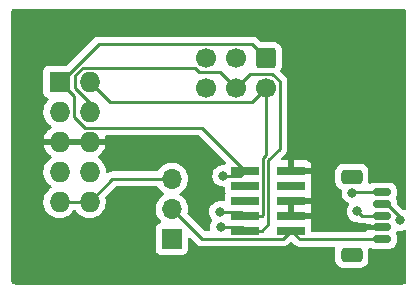
<source format=gbr>
G04 #@! TF.GenerationSoftware,KiCad,Pcbnew,(6.0.0)*
G04 #@! TF.CreationDate,2022-07-24T20:48:06-05:00*
G04 #@! TF.ProjectId,SWDAdapter,53574441-6461-4707-9465-722e6b696361,rev?*
G04 #@! TF.SameCoordinates,Original*
G04 #@! TF.FileFunction,Copper,L1,Top*
G04 #@! TF.FilePolarity,Positive*
%FSLAX46Y46*%
G04 Gerber Fmt 4.6, Leading zero omitted, Abs format (unit mm)*
G04 Created by KiCad (PCBNEW (6.0.0)) date 2022-07-24 20:48:06*
%MOMM*%
%LPD*%
G01*
G04 APERTURE LIST*
G04 Aperture macros list*
%AMRoundRect*
0 Rectangle with rounded corners*
0 $1 Rounding radius*
0 $2 $3 $4 $5 $6 $7 $8 $9 X,Y pos of 4 corners*
0 Add a 4 corners polygon primitive as box body*
4,1,4,$2,$3,$4,$5,$6,$7,$8,$9,$2,$3,0*
0 Add four circle primitives for the rounded corners*
1,1,$1+$1,$2,$3*
1,1,$1+$1,$4,$5*
1,1,$1+$1,$6,$7*
1,1,$1+$1,$8,$9*
0 Add four rect primitives between the rounded corners*
20,1,$1+$1,$2,$3,$4,$5,0*
20,1,$1+$1,$4,$5,$6,$7,0*
20,1,$1+$1,$6,$7,$8,$9,0*
20,1,$1+$1,$8,$9,$2,$3,0*%
G04 Aperture macros list end*
G04 #@! TA.AperFunction,SMDPad,CuDef*
%ADD10RoundRect,0.150000X0.625000X-0.150000X0.625000X0.150000X-0.625000X0.150000X-0.625000X-0.150000X0*%
G04 #@! TD*
G04 #@! TA.AperFunction,SMDPad,CuDef*
%ADD11RoundRect,0.250000X0.650000X-0.350000X0.650000X0.350000X-0.650000X0.350000X-0.650000X-0.350000X0*%
G04 #@! TD*
G04 #@! TA.AperFunction,ComponentPad*
%ADD12R,1.727200X1.727200*%
G04 #@! TD*
G04 #@! TA.AperFunction,ComponentPad*
%ADD13O,1.727200X1.727200*%
G04 #@! TD*
G04 #@! TA.AperFunction,SMDPad,CuDef*
%ADD14R,2.400000X0.740000*%
G04 #@! TD*
G04 #@! TA.AperFunction,ComponentPad*
%ADD15RoundRect,0.250000X-0.600000X0.600000X-0.600000X-0.600000X0.600000X-0.600000X0.600000X0.600000X0*%
G04 #@! TD*
G04 #@! TA.AperFunction,ComponentPad*
%ADD16C,1.700000*%
G04 #@! TD*
G04 #@! TA.AperFunction,ComponentPad*
%ADD17R,1.700000X1.700000*%
G04 #@! TD*
G04 #@! TA.AperFunction,ComponentPad*
%ADD18O,1.700000X1.700000*%
G04 #@! TD*
G04 #@! TA.AperFunction,ViaPad*
%ADD19C,0.800000*%
G04 #@! TD*
G04 #@! TA.AperFunction,Conductor*
%ADD20C,0.250000*%
G04 #@! TD*
G04 APERTURE END LIST*
D10*
X153265000Y-77450000D03*
X153265000Y-76450000D03*
X153265000Y-75450000D03*
X153265000Y-74450000D03*
X153265000Y-73450000D03*
D11*
X150740000Y-78750000D03*
X150740000Y-72150000D03*
D12*
X125990000Y-64110000D03*
D13*
X128530000Y-64110000D03*
X125990000Y-66650000D03*
X128530000Y-66650000D03*
X125990000Y-69190000D03*
X128530000Y-69190000D03*
X125990000Y-71730000D03*
X128530000Y-71730000D03*
X125990000Y-74270000D03*
X128530000Y-74270000D03*
D14*
X145600000Y-76710000D03*
X141700000Y-76710000D03*
X145600000Y-75440000D03*
X141700000Y-75440000D03*
X145600000Y-74170000D03*
X141700000Y-74170000D03*
X145600000Y-72900000D03*
X141700000Y-72900000D03*
X145600000Y-71630000D03*
X141700000Y-71630000D03*
D15*
X143450000Y-62090000D03*
D16*
X143450000Y-64630000D03*
X140910000Y-62090000D03*
X140910000Y-64630000D03*
X138370000Y-62090000D03*
X138370000Y-64630000D03*
D17*
X135495900Y-77420400D03*
D18*
X135495900Y-74880400D03*
X135495900Y-72340400D03*
D19*
X139640000Y-76440000D03*
X154810000Y-75820000D03*
X139580000Y-75120000D03*
X151217815Y-75095500D03*
X139840000Y-72070000D03*
X150780000Y-73490000D03*
D20*
X141430000Y-76440000D02*
X141700000Y-76710000D01*
X139640000Y-76440000D02*
X141430000Y-76440000D01*
X151572315Y-75450000D02*
X151217815Y-75095500D01*
X154810000Y-75548928D02*
X154810000Y-75820000D01*
X153711072Y-74450000D02*
X154810000Y-75548928D01*
X153265000Y-75450000D02*
X151572315Y-75450000D01*
X153265000Y-74450000D02*
X153711072Y-74450000D01*
X139580000Y-75120000D02*
X141380000Y-75120000D01*
X141380000Y-75120000D02*
X141700000Y-75440000D01*
X141260000Y-72070000D02*
X141700000Y-71630000D01*
X150820000Y-73450000D02*
X150780000Y-73490000D01*
X139840000Y-72070000D02*
X141260000Y-72070000D01*
X153265000Y-73450000D02*
X150820000Y-73450000D01*
X146340000Y-77450000D02*
X145600000Y-76710000D01*
X153265000Y-77450000D02*
X146340000Y-77450000D01*
X135495900Y-74880400D02*
X138020501Y-77405001D01*
X144904999Y-77405001D02*
X145600000Y-76710000D01*
X138020501Y-77405001D02*
X144904999Y-77405001D01*
X143675012Y-76184988D02*
X143150000Y-76710000D01*
X140910000Y-64630000D02*
X142085001Y-63454999D01*
X127341399Y-63539471D02*
X127959471Y-62921399D01*
X127341399Y-64680529D02*
X127341399Y-63539471D01*
X128530000Y-65869130D02*
X127341399Y-64680529D01*
X144625001Y-69784999D02*
X143675012Y-70734988D01*
X143150000Y-76710000D02*
X141700000Y-76710000D01*
X139545001Y-63265001D02*
X140910000Y-64630000D01*
X142085001Y-63454999D02*
X144014001Y-63454999D01*
X144625001Y-64065999D02*
X144625001Y-69784999D01*
X137805999Y-63265001D02*
X139545001Y-63265001D01*
X144014001Y-63454999D02*
X144625001Y-64065999D01*
X128530000Y-66650000D02*
X128530000Y-65869130D01*
X127959471Y-62921399D02*
X137462397Y-62921399D01*
X143675012Y-70734988D02*
X143675012Y-76184988D01*
X137462397Y-62921399D02*
X137805999Y-63265001D01*
X143450000Y-64630000D02*
X143450000Y-70323589D01*
X143150000Y-75440000D02*
X141700000Y-75440000D01*
X143450000Y-70323589D02*
X143225001Y-70548588D01*
X128530000Y-64110000D02*
X130225001Y-65805001D01*
X142274999Y-65805001D02*
X143450000Y-64630000D01*
X130225001Y-65805001D02*
X142274999Y-65805001D01*
X143225001Y-75364999D02*
X143150000Y-75440000D01*
X143225001Y-70548588D02*
X143225001Y-75364999D01*
X142274999Y-60914999D02*
X143450000Y-62090000D01*
X126134459Y-64110000D02*
X129329460Y-60914999D01*
X127178601Y-65298601D02*
X127178601Y-67057731D01*
X125990000Y-64110000D02*
X127178601Y-65298601D01*
X138071399Y-68001399D02*
X141700000Y-71630000D01*
X128122269Y-68001399D02*
X138071399Y-68001399D01*
X129329460Y-60914999D02*
X142274999Y-60914999D01*
X125990000Y-64110000D02*
X126134459Y-64110000D01*
X127178601Y-67057731D02*
X128122269Y-68001399D01*
X130459600Y-72340400D02*
X128530000Y-74270000D01*
X125990000Y-74270000D02*
X128530000Y-74270000D01*
X135495900Y-72340400D02*
X130459600Y-72340400D01*
G04 #@! TA.AperFunction,Conductor*
G36*
X155068056Y-57913500D02*
G01*
X155082858Y-57915805D01*
X155082860Y-57915805D01*
X155091729Y-57917186D01*
X155100629Y-57916022D01*
X155109605Y-57916132D01*
X155109595Y-57916950D01*
X155131086Y-57917241D01*
X155156778Y-57921310D01*
X155194270Y-57933492D01*
X155229517Y-57951451D01*
X155261410Y-57974623D01*
X155289377Y-58002590D01*
X155312549Y-58034483D01*
X155330508Y-58069730D01*
X155342690Y-58107221D01*
X155346624Y-58132059D01*
X155348054Y-58151768D01*
X155346814Y-58159731D01*
X155349614Y-58181142D01*
X155350936Y-58191252D01*
X155352000Y-58207590D01*
X155352000Y-74872814D01*
X155331998Y-74940935D01*
X155278342Y-74987428D01*
X155208068Y-74997532D01*
X155174753Y-74987921D01*
X155142274Y-74973461D01*
X155104425Y-74947449D01*
X154585404Y-74428427D01*
X154551379Y-74366115D01*
X154548500Y-74339332D01*
X154548500Y-74233498D01*
X154548307Y-74231042D01*
X154546067Y-74202579D01*
X154546066Y-74202574D01*
X154545562Y-74196169D01*
X154499145Y-74036399D01*
X154495109Y-74029574D01*
X154485980Y-74014137D01*
X154468522Y-73945321D01*
X154485980Y-73885863D01*
X154495109Y-73870426D01*
X154495110Y-73870424D01*
X154499145Y-73863601D01*
X154501564Y-73855277D01*
X154516528Y-73803769D01*
X154545562Y-73703831D01*
X154546676Y-73689684D01*
X154548307Y-73668958D01*
X154548307Y-73668950D01*
X154548500Y-73666502D01*
X154548500Y-73233498D01*
X154547744Y-73223889D01*
X154546067Y-73202579D01*
X154546066Y-73202574D01*
X154545562Y-73196169D01*
X154510774Y-73076425D01*
X154501357Y-73044012D01*
X154501356Y-73044010D01*
X154499145Y-73036399D01*
X154462183Y-72973900D01*
X154418491Y-72900020D01*
X154418489Y-72900017D01*
X154414453Y-72893193D01*
X154296807Y-72775547D01*
X154289983Y-72771511D01*
X154289980Y-72771509D01*
X154160427Y-72694892D01*
X154160425Y-72694891D01*
X154153601Y-72690855D01*
X154145990Y-72688644D01*
X154145988Y-72688643D01*
X154093769Y-72673472D01*
X153993831Y-72644438D01*
X153987426Y-72643934D01*
X153987421Y-72643933D01*
X153958958Y-72641693D01*
X153958950Y-72641693D01*
X153956502Y-72641500D01*
X152573498Y-72641500D01*
X152571050Y-72641693D01*
X152571042Y-72641693D01*
X152542579Y-72643933D01*
X152542574Y-72643934D01*
X152536169Y-72644438D01*
X152436231Y-72673472D01*
X152384012Y-72688643D01*
X152384010Y-72688644D01*
X152376399Y-72690855D01*
X152369575Y-72694891D01*
X152333414Y-72716276D01*
X152264598Y-72733735D01*
X152197266Y-72711217D01*
X152152798Y-72655872D01*
X152143932Y-72594980D01*
X152148500Y-72550400D01*
X152148500Y-71749600D01*
X152148163Y-71746350D01*
X152138238Y-71650692D01*
X152138237Y-71650688D01*
X152137526Y-71643834D01*
X152081550Y-71476054D01*
X151988478Y-71325652D01*
X151863303Y-71200695D01*
X151837059Y-71184518D01*
X151718968Y-71111725D01*
X151718966Y-71111724D01*
X151712738Y-71107885D01*
X151552254Y-71054655D01*
X151551389Y-71054368D01*
X151551387Y-71054368D01*
X151544861Y-71052203D01*
X151538025Y-71051503D01*
X151538022Y-71051502D01*
X151494969Y-71047091D01*
X151440400Y-71041500D01*
X150039600Y-71041500D01*
X150036354Y-71041837D01*
X150036350Y-71041837D01*
X149940692Y-71051762D01*
X149940688Y-71051763D01*
X149933834Y-71052474D01*
X149927298Y-71054655D01*
X149927296Y-71054655D01*
X149832904Y-71086147D01*
X149766054Y-71108450D01*
X149615652Y-71201522D01*
X149490695Y-71326697D01*
X149486855Y-71332927D01*
X149486854Y-71332928D01*
X149463063Y-71371525D01*
X149397885Y-71477262D01*
X149342203Y-71645139D01*
X149331500Y-71749600D01*
X149331500Y-72550400D01*
X149331837Y-72553646D01*
X149331837Y-72553650D01*
X149341205Y-72643933D01*
X149342474Y-72656166D01*
X149344655Y-72662702D01*
X149344655Y-72662704D01*
X149362528Y-72716276D01*
X149398450Y-72823946D01*
X149491522Y-72974348D01*
X149496704Y-72979521D01*
X149546843Y-73029573D01*
X149616697Y-73099305D01*
X149622927Y-73103145D01*
X149622928Y-73103146D01*
X149697950Y-73149390D01*
X149767262Y-73192115D01*
X149797167Y-73202034D01*
X149855524Y-73242462D01*
X149882762Y-73308026D01*
X149882808Y-73334796D01*
X149873209Y-73426131D01*
X149866496Y-73490000D01*
X149867186Y-73496565D01*
X149881894Y-73636500D01*
X149886458Y-73679928D01*
X149945473Y-73861556D01*
X150040960Y-74026944D01*
X150045378Y-74031851D01*
X150045379Y-74031852D01*
X150064436Y-74053017D01*
X150168747Y-74168866D01*
X150257705Y-74233498D01*
X150312576Y-74273364D01*
X150323248Y-74281118D01*
X150329276Y-74283802D01*
X150329278Y-74283803D01*
X150424498Y-74326197D01*
X150454000Y-74339332D01*
X150454159Y-74339403D01*
X150508254Y-74385383D01*
X150528904Y-74453310D01*
X150509552Y-74521618D01*
X150496553Y-74538812D01*
X150478775Y-74558556D01*
X150383288Y-74723944D01*
X150324273Y-74905572D01*
X150323583Y-74912133D01*
X150323583Y-74912135D01*
X150317138Y-74973461D01*
X150304311Y-75095500D01*
X150305001Y-75102065D01*
X150313521Y-75183124D01*
X150324273Y-75285428D01*
X150383288Y-75467056D01*
X150386591Y-75472778D01*
X150386592Y-75472779D01*
X150410095Y-75513487D01*
X150478775Y-75632444D01*
X150483193Y-75637351D01*
X150483194Y-75637352D01*
X150602140Y-75769455D01*
X150606562Y-75774366D01*
X150761063Y-75886618D01*
X150767091Y-75889302D01*
X150767093Y-75889303D01*
X150929496Y-75961609D01*
X150935527Y-75964294D01*
X151028928Y-75984147D01*
X151115871Y-76002628D01*
X151115876Y-76002628D01*
X151122328Y-76004000D01*
X151231316Y-76004000D01*
X151281354Y-76014361D01*
X151287864Y-76017179D01*
X151298502Y-76022391D01*
X151337255Y-76043695D01*
X151344930Y-76045666D01*
X151344931Y-76045666D01*
X151356877Y-76048733D01*
X151375582Y-76055137D01*
X151394170Y-76063181D01*
X151401993Y-76064420D01*
X151402003Y-76064423D01*
X151437839Y-76070099D01*
X151449459Y-76072505D01*
X151484604Y-76081528D01*
X151492285Y-76083500D01*
X151512539Y-76083500D01*
X151532249Y-76085051D01*
X151552258Y-76088220D01*
X151560150Y-76087474D01*
X151596276Y-76084059D01*
X151608134Y-76083500D01*
X151864149Y-76083500D01*
X151932270Y-76103502D01*
X151978763Y-76157158D01*
X151985316Y-76187079D01*
X151988480Y-76191971D01*
X151997370Y-76196000D01*
X152322430Y-76196000D01*
X152371275Y-76206115D01*
X152376399Y-76209145D01*
X152384007Y-76211355D01*
X152384011Y-76211357D01*
X152447095Y-76229684D01*
X152536169Y-76255562D01*
X152542574Y-76256066D01*
X152542579Y-76256067D01*
X152571042Y-76258307D01*
X152571050Y-76258307D01*
X152573498Y-76258500D01*
X153393000Y-76258500D01*
X153461121Y-76278502D01*
X153507614Y-76332158D01*
X153519000Y-76384500D01*
X153519000Y-76515500D01*
X153498998Y-76583621D01*
X153445342Y-76630114D01*
X153393000Y-76641500D01*
X152573498Y-76641500D01*
X152571050Y-76641693D01*
X152571042Y-76641693D01*
X152542579Y-76643933D01*
X152542574Y-76643934D01*
X152536169Y-76644438D01*
X152464422Y-76665282D01*
X152384011Y-76688643D01*
X152384007Y-76688645D01*
X152376399Y-76690855D01*
X152371275Y-76693885D01*
X152322430Y-76704000D01*
X152003122Y-76704000D01*
X151989591Y-76707973D01*
X151989525Y-76708433D01*
X151960032Y-76773013D01*
X151900305Y-76811396D01*
X151864808Y-76816500D01*
X147434500Y-76816500D01*
X147366379Y-76796498D01*
X147319886Y-76742842D01*
X147308500Y-76690500D01*
X147308500Y-76291866D01*
X147301745Y-76229684D01*
X147298973Y-76222288D01*
X147298971Y-76222282D01*
X147260071Y-76118517D01*
X147254888Y-76047710D01*
X147260071Y-76030059D01*
X147298478Y-75927609D01*
X147302105Y-75912351D01*
X147307631Y-75861486D01*
X147308000Y-75854672D01*
X147308000Y-75712115D01*
X147303525Y-75696876D01*
X147302135Y-75695671D01*
X147294452Y-75694000D01*
X145472000Y-75694000D01*
X145403879Y-75673998D01*
X145357386Y-75620342D01*
X145346000Y-75568000D01*
X145346000Y-75167885D01*
X145854000Y-75167885D01*
X145858475Y-75183124D01*
X145859865Y-75184329D01*
X145867548Y-75186000D01*
X147289884Y-75186000D01*
X147305123Y-75181525D01*
X147306328Y-75180135D01*
X147307999Y-75172452D01*
X147307999Y-75025331D01*
X147307629Y-75018510D01*
X147302105Y-74967648D01*
X147298478Y-74952394D01*
X147259804Y-74849229D01*
X147254621Y-74778422D01*
X147259804Y-74760771D01*
X147298478Y-74657609D01*
X147302105Y-74642351D01*
X147307631Y-74591486D01*
X147308000Y-74584672D01*
X147308000Y-74442115D01*
X147303525Y-74426876D01*
X147302135Y-74425671D01*
X147294452Y-74424000D01*
X145872115Y-74424000D01*
X145856876Y-74428475D01*
X145855671Y-74429865D01*
X145854000Y-74437548D01*
X145854000Y-75167885D01*
X145346000Y-75167885D01*
X145346000Y-74042000D01*
X145366002Y-73973879D01*
X145419658Y-73927386D01*
X145472000Y-73916000D01*
X147289884Y-73916000D01*
X147305123Y-73911525D01*
X147306328Y-73910135D01*
X147307999Y-73902452D01*
X147307999Y-73755331D01*
X147307629Y-73748510D01*
X147302105Y-73697648D01*
X147298478Y-73682393D01*
X147260071Y-73579941D01*
X147254888Y-73509134D01*
X147260071Y-73491483D01*
X147298971Y-73387718D01*
X147298973Y-73387712D01*
X147301745Y-73380316D01*
X147308500Y-73318134D01*
X147308500Y-72481866D01*
X147301745Y-72419684D01*
X147298973Y-72412288D01*
X147298971Y-72412282D01*
X147260071Y-72308517D01*
X147254888Y-72237710D01*
X147260071Y-72220059D01*
X147298478Y-72117609D01*
X147302105Y-72102351D01*
X147307631Y-72051486D01*
X147308000Y-72044672D01*
X147308000Y-71902115D01*
X147303525Y-71886876D01*
X147302135Y-71885671D01*
X147294452Y-71884000D01*
X145472000Y-71884000D01*
X145403879Y-71863998D01*
X145357386Y-71810342D01*
X145346000Y-71758000D01*
X145346000Y-71357885D01*
X145854000Y-71357885D01*
X145858475Y-71373124D01*
X145859865Y-71374329D01*
X145867548Y-71376000D01*
X147289884Y-71376000D01*
X147305123Y-71371525D01*
X147306328Y-71370135D01*
X147307999Y-71362452D01*
X147307999Y-71215331D01*
X147307629Y-71208510D01*
X147302105Y-71157648D01*
X147298479Y-71142396D01*
X147253324Y-71021946D01*
X147244786Y-71006351D01*
X147168285Y-70904276D01*
X147155724Y-70891715D01*
X147053649Y-70815214D01*
X147038054Y-70806676D01*
X146917606Y-70761522D01*
X146902351Y-70757895D01*
X146851486Y-70752369D01*
X146844672Y-70752000D01*
X145872115Y-70752000D01*
X145856876Y-70756475D01*
X145855671Y-70757865D01*
X145854000Y-70765548D01*
X145854000Y-71357885D01*
X145346000Y-71357885D01*
X145346000Y-70770116D01*
X145341525Y-70754877D01*
X145340135Y-70753672D01*
X145332452Y-70752001D01*
X144858093Y-70752001D01*
X144789972Y-70731999D01*
X144743479Y-70678343D01*
X144733375Y-70608069D01*
X144762869Y-70543489D01*
X144768998Y-70536906D01*
X145017248Y-70288656D01*
X145025538Y-70281112D01*
X145032019Y-70276999D01*
X145078660Y-70227331D01*
X145081414Y-70224490D01*
X145101135Y-70204769D01*
X145103613Y-70201574D01*
X145111319Y-70192552D01*
X145136159Y-70166100D01*
X145141587Y-70160320D01*
X145151347Y-70142567D01*
X145162200Y-70126044D01*
X145169754Y-70116305D01*
X145174614Y-70110040D01*
X145192177Y-70069456D01*
X145197384Y-70058826D01*
X145218696Y-70020059D01*
X145220667Y-70012382D01*
X145220669Y-70012377D01*
X145223733Y-70000441D01*
X145230139Y-69981729D01*
X145235035Y-69970416D01*
X145238182Y-69963144D01*
X145244874Y-69920897D01*
X145245098Y-69919480D01*
X145247505Y-69907859D01*
X145256529Y-69872710D01*
X145256529Y-69872709D01*
X145258501Y-69865029D01*
X145258501Y-69844768D01*
X145260052Y-69825057D01*
X145261980Y-69812884D01*
X145263220Y-69805056D01*
X145259060Y-69761045D01*
X145258501Y-69749188D01*
X145258501Y-64144762D01*
X145259028Y-64133578D01*
X145260702Y-64126090D01*
X145258563Y-64058031D01*
X145258501Y-64054074D01*
X145258501Y-64026143D01*
X145257995Y-64022137D01*
X145257062Y-64010291D01*
X145255923Y-63974036D01*
X145255674Y-63966109D01*
X145250023Y-63946657D01*
X145246015Y-63927305D01*
X145244469Y-63915067D01*
X145244468Y-63915065D01*
X145243475Y-63907202D01*
X145227195Y-63866085D01*
X145223360Y-63854884D01*
X145211019Y-63812405D01*
X145206986Y-63805586D01*
X145206984Y-63805581D01*
X145200708Y-63794970D01*
X145192011Y-63777220D01*
X145184553Y-63758382D01*
X145158572Y-63722622D01*
X145152054Y-63712700D01*
X145133579Y-63681459D01*
X145133575Y-63681454D01*
X145129543Y-63674636D01*
X145115219Y-63660312D01*
X145102377Y-63645277D01*
X145090473Y-63628892D01*
X145056407Y-63600710D01*
X145047628Y-63592721D01*
X144707874Y-63252967D01*
X144673848Y-63190655D01*
X144678913Y-63119840D01*
X144689709Y-63097756D01*
X144738275Y-63018968D01*
X144738276Y-63018966D01*
X144742115Y-63012738D01*
X144797797Y-62844861D01*
X144800271Y-62820720D01*
X144808172Y-62743598D01*
X144808500Y-62740400D01*
X144808500Y-61439600D01*
X144797526Y-61333834D01*
X144741550Y-61166054D01*
X144648478Y-61015652D01*
X144523303Y-60890695D01*
X144372738Y-60797885D01*
X144292995Y-60771436D01*
X144211389Y-60744368D01*
X144211387Y-60744368D01*
X144204861Y-60742203D01*
X144198025Y-60741503D01*
X144198022Y-60741502D01*
X144154969Y-60737091D01*
X144100400Y-60731500D01*
X143039595Y-60731500D01*
X142971474Y-60711498D01*
X142950500Y-60694595D01*
X142778651Y-60522746D01*
X142771111Y-60514460D01*
X142766999Y-60507981D01*
X142717347Y-60461355D01*
X142714506Y-60458601D01*
X142694769Y-60438864D01*
X142691572Y-60436384D01*
X142682550Y-60428679D01*
X142669121Y-60416068D01*
X142650320Y-60398413D01*
X142643374Y-60394594D01*
X142643371Y-60394592D01*
X142632565Y-60388651D01*
X142616046Y-60377800D01*
X142615582Y-60377440D01*
X142600040Y-60365385D01*
X142592771Y-60362240D01*
X142592767Y-60362237D01*
X142559462Y-60347825D01*
X142548812Y-60342608D01*
X142510059Y-60321304D01*
X142490436Y-60316266D01*
X142471733Y-60309862D01*
X142460419Y-60304966D01*
X142460418Y-60304966D01*
X142453144Y-60301818D01*
X142445321Y-60300579D01*
X142445311Y-60300576D01*
X142409475Y-60294900D01*
X142397855Y-60292494D01*
X142362710Y-60283471D01*
X142362709Y-60283471D01*
X142355029Y-60281499D01*
X142334775Y-60281499D01*
X142315064Y-60279948D01*
X142302885Y-60278019D01*
X142295056Y-60276779D01*
X142265785Y-60279546D01*
X142251038Y-60280940D01*
X142239180Y-60281499D01*
X129408228Y-60281499D01*
X129397045Y-60280972D01*
X129389552Y-60279297D01*
X129381626Y-60279546D01*
X129381625Y-60279546D01*
X129321462Y-60281437D01*
X129317504Y-60281499D01*
X129289604Y-60281499D01*
X129285614Y-60282003D01*
X129273780Y-60282935D01*
X129229571Y-60284325D01*
X129221957Y-60286537D01*
X129221952Y-60286538D01*
X129210119Y-60289976D01*
X129190756Y-60293987D01*
X129170663Y-60296525D01*
X129163296Y-60299442D01*
X129163291Y-60299443D01*
X129129552Y-60312801D01*
X129118325Y-60316645D01*
X129075867Y-60328981D01*
X129069041Y-60333018D01*
X129058432Y-60339292D01*
X129040684Y-60347987D01*
X129021843Y-60355447D01*
X129015427Y-60360109D01*
X129015426Y-60360109D01*
X128986073Y-60381435D01*
X128976153Y-60387951D01*
X128944925Y-60406419D01*
X128944922Y-60406421D01*
X128938098Y-60410457D01*
X128923777Y-60424778D01*
X128908744Y-60437618D01*
X128892353Y-60449527D01*
X128883677Y-60460015D01*
X128864162Y-60483604D01*
X128856172Y-60492383D01*
X126647559Y-62700995D01*
X126585247Y-62735021D01*
X126558464Y-62737900D01*
X125078266Y-62737900D01*
X125016084Y-62744655D01*
X124879695Y-62795785D01*
X124763139Y-62883139D01*
X124675785Y-62999695D01*
X124624655Y-63136084D01*
X124617900Y-63198266D01*
X124617900Y-65021734D01*
X124624655Y-65083916D01*
X124675785Y-65220305D01*
X124763139Y-65336861D01*
X124879695Y-65424215D01*
X124888103Y-65427367D01*
X124983446Y-65463110D01*
X125040210Y-65505752D01*
X125064910Y-65572314D01*
X125049702Y-65641662D01*
X125030312Y-65668140D01*
X124920024Y-65783550D01*
X124792878Y-65969940D01*
X124790704Y-65974624D01*
X124790702Y-65974627D01*
X124704932Y-66159404D01*
X124697881Y-66174593D01*
X124637585Y-66392013D01*
X124613609Y-66616362D01*
X124613906Y-66621514D01*
X124613906Y-66621518D01*
X124619618Y-66720578D01*
X124626597Y-66841614D01*
X124627734Y-66846660D01*
X124627735Y-66846666D01*
X124648984Y-66940952D01*
X124676200Y-67061720D01*
X124678142Y-67066502D01*
X124678143Y-67066506D01*
X124759142Y-67265982D01*
X124761086Y-67270769D01*
X124763785Y-67275173D01*
X124861252Y-67434225D01*
X124878975Y-67463147D01*
X125026702Y-67633687D01*
X125200299Y-67777810D01*
X125204751Y-67780412D01*
X125204756Y-67780415D01*
X125254555Y-67809515D01*
X125303278Y-67861154D01*
X125316349Y-67930937D01*
X125289617Y-67996709D01*
X125258131Y-68024920D01*
X125252471Y-68028485D01*
X125080373Y-68157700D01*
X125072666Y-68164543D01*
X124923984Y-68320129D01*
X124917498Y-68328139D01*
X124796232Y-68505908D01*
X124791134Y-68514882D01*
X124700530Y-68710071D01*
X124696967Y-68719758D01*
X124640536Y-68923239D01*
X124642233Y-68932609D01*
X124654610Y-68936000D01*
X129862367Y-68936000D01*
X129875898Y-68932027D01*
X129877203Y-68922946D01*
X129844210Y-68791594D01*
X129847014Y-68720653D01*
X129887727Y-68662490D01*
X129953422Y-68635571D01*
X129966414Y-68634899D01*
X137756805Y-68634899D01*
X137824926Y-68654901D01*
X137845900Y-68671804D01*
X140032374Y-70858278D01*
X140066400Y-70920590D01*
X140061335Y-70991405D01*
X140054357Y-71006661D01*
X140049385Y-71013295D01*
X140046236Y-71021696D01*
X140046235Y-71021697D01*
X140024480Y-71079729D01*
X139981839Y-71136494D01*
X139915278Y-71161194D01*
X139906498Y-71161500D01*
X139744513Y-71161500D01*
X139738061Y-71162872D01*
X139738056Y-71162872D01*
X139684416Y-71174274D01*
X139557712Y-71201206D01*
X139551682Y-71203891D01*
X139551681Y-71203891D01*
X139389278Y-71276197D01*
X139389276Y-71276198D01*
X139383248Y-71278882D01*
X139377907Y-71282762D01*
X139377906Y-71282763D01*
X139366126Y-71291322D01*
X139228747Y-71391134D01*
X139224326Y-71396044D01*
X139224325Y-71396045D01*
X139146447Y-71482538D01*
X139100960Y-71533056D01*
X139097659Y-71538774D01*
X139009639Y-71691229D01*
X139005473Y-71698444D01*
X138946458Y-71880072D01*
X138945768Y-71886633D01*
X138945768Y-71886635D01*
X138930529Y-72031632D01*
X138926496Y-72070000D01*
X138927186Y-72076565D01*
X138942268Y-72220059D01*
X138946458Y-72259928D01*
X139005473Y-72441556D01*
X139100960Y-72606944D01*
X139105378Y-72611851D01*
X139105379Y-72611852D01*
X139151166Y-72662704D01*
X139228747Y-72748866D01*
X139383248Y-72861118D01*
X139389276Y-72863802D01*
X139389278Y-72863803D01*
X139551681Y-72936109D01*
X139557712Y-72938794D01*
X139651113Y-72958647D01*
X139738056Y-72977128D01*
X139738061Y-72977128D01*
X139744513Y-72978500D01*
X139865500Y-72978500D01*
X139933621Y-72998502D01*
X139980114Y-73052158D01*
X139991500Y-73104500D01*
X139991500Y-73318134D01*
X139998255Y-73380316D01*
X140001027Y-73387712D01*
X140001029Y-73387718D01*
X140039662Y-73490771D01*
X140044845Y-73561578D01*
X140039662Y-73579229D01*
X140001029Y-73682282D01*
X140001027Y-73682288D01*
X139998255Y-73689684D01*
X139991500Y-73751866D01*
X139991500Y-74123073D01*
X139971498Y-74191194D01*
X139917842Y-74237687D01*
X139847568Y-74247791D01*
X139839303Y-74246320D01*
X139681944Y-74212872D01*
X139681939Y-74212872D01*
X139675487Y-74211500D01*
X139484513Y-74211500D01*
X139478061Y-74212872D01*
X139478056Y-74212872D01*
X139392660Y-74231024D01*
X139297712Y-74251206D01*
X139291682Y-74253891D01*
X139291681Y-74253891D01*
X139129278Y-74326197D01*
X139129276Y-74326198D01*
X139123248Y-74328882D01*
X138968747Y-74441134D01*
X138964326Y-74446044D01*
X138964325Y-74446045D01*
X138860863Y-74560952D01*
X138840960Y-74583056D01*
X138745473Y-74748444D01*
X138686458Y-74930072D01*
X138685768Y-74936633D01*
X138685768Y-74936635D01*
X138681898Y-74973461D01*
X138666496Y-75120000D01*
X138667186Y-75126565D01*
X138683553Y-75282285D01*
X138686458Y-75309928D01*
X138745473Y-75491556D01*
X138840960Y-75656944D01*
X138905848Y-75729010D01*
X138936564Y-75793015D01*
X138927801Y-75863468D01*
X138909046Y-75892649D01*
X138909261Y-75892805D01*
X138906527Y-75896568D01*
X138905842Y-75897634D01*
X138900960Y-75903056D01*
X138897658Y-75908775D01*
X138897656Y-75908778D01*
X138821965Y-76039879D01*
X138805473Y-76068444D01*
X138746458Y-76250072D01*
X138745768Y-76256633D01*
X138745768Y-76256635D01*
X138735225Y-76356944D01*
X138726496Y-76440000D01*
X138727186Y-76446565D01*
X138746458Y-76629928D01*
X138744073Y-76630179D01*
X138739508Y-76690084D01*
X138696696Y-76746721D01*
X138630061Y-76771221D01*
X138621659Y-76771501D01*
X138335095Y-76771501D01*
X138266974Y-76751499D01*
X138246000Y-76734596D01*
X136847118Y-75335713D01*
X136813092Y-75273401D01*
X136815655Y-75209989D01*
X136822944Y-75186000D01*
X136828270Y-75168469D01*
X136857429Y-74946990D01*
X136857682Y-74936635D01*
X136858974Y-74883765D01*
X136858974Y-74883761D01*
X136859056Y-74880400D01*
X136840752Y-74657761D01*
X136786331Y-74441102D01*
X136697254Y-74236240D01*
X136575914Y-74048677D01*
X136425570Y-73883451D01*
X136421519Y-73880252D01*
X136421515Y-73880248D01*
X136254314Y-73748200D01*
X136254310Y-73748198D01*
X136250259Y-73744998D01*
X136208953Y-73722196D01*
X136158984Y-73671764D01*
X136144212Y-73602321D01*
X136169328Y-73535916D01*
X136196680Y-73509309D01*
X136240503Y-73478050D01*
X136375760Y-73381573D01*
X136533996Y-73223889D01*
X136664353Y-73042477D01*
X136668511Y-73034065D01*
X136761036Y-72846853D01*
X136761037Y-72846851D01*
X136763330Y-72842211D01*
X136796288Y-72733735D01*
X136826765Y-72633423D01*
X136826765Y-72633421D01*
X136828270Y-72628469D01*
X136857429Y-72406990D01*
X136859056Y-72340400D01*
X136840752Y-72117761D01*
X136786331Y-71901102D01*
X136697254Y-71696240D01*
X136595385Y-71538774D01*
X136578722Y-71513017D01*
X136578720Y-71513014D01*
X136575914Y-71508677D01*
X136425570Y-71343451D01*
X136421519Y-71340252D01*
X136421515Y-71340248D01*
X136254314Y-71208200D01*
X136254310Y-71208198D01*
X136250259Y-71204998D01*
X136243963Y-71201522D01*
X136194602Y-71174274D01*
X136054689Y-71097038D01*
X136049820Y-71095314D01*
X136049816Y-71095312D01*
X135848987Y-71024195D01*
X135848983Y-71024194D01*
X135844112Y-71022469D01*
X135839019Y-71021562D01*
X135839016Y-71021561D01*
X135629273Y-70984200D01*
X135629267Y-70984199D01*
X135624184Y-70983294D01*
X135550352Y-70982392D01*
X135405981Y-70980628D01*
X135405979Y-70980628D01*
X135400811Y-70980565D01*
X135179991Y-71014355D01*
X134967656Y-71083757D01*
X134769507Y-71186907D01*
X134765374Y-71190010D01*
X134765371Y-71190012D01*
X134637122Y-71286304D01*
X134590865Y-71321035D01*
X134436529Y-71482538D01*
X134433615Y-71486810D01*
X134433614Y-71486811D01*
X134320995Y-71651904D01*
X134266084Y-71696907D01*
X134216907Y-71706900D01*
X130538363Y-71706900D01*
X130527179Y-71706373D01*
X130519691Y-71704699D01*
X130511768Y-71704948D01*
X130451633Y-71706838D01*
X130447675Y-71706900D01*
X130419744Y-71706900D01*
X130415829Y-71707395D01*
X130415825Y-71707395D01*
X130415767Y-71707403D01*
X130415738Y-71707406D01*
X130403896Y-71708339D01*
X130359710Y-71709727D01*
X130342344Y-71714772D01*
X130340258Y-71715378D01*
X130320906Y-71719386D01*
X130308668Y-71720932D01*
X130308666Y-71720933D01*
X130300803Y-71721926D01*
X130259686Y-71738206D01*
X130248485Y-71742041D01*
X130206006Y-71754382D01*
X130199187Y-71758415D01*
X130199182Y-71758417D01*
X130188571Y-71764693D01*
X130170821Y-71773390D01*
X130151983Y-71780848D01*
X130145567Y-71785509D01*
X130145566Y-71785510D01*
X130116225Y-71806828D01*
X130106304Y-71813345D01*
X130095814Y-71819549D01*
X130026998Y-71837010D01*
X129959666Y-71814494D01*
X129915196Y-71759151D01*
X129906097Y-71721421D01*
X129891081Y-71538774D01*
X129888315Y-71505132D01*
X129833349Y-71286304D01*
X129743380Y-71079391D01*
X129695282Y-71005043D01*
X129623634Y-70894291D01*
X129623632Y-70894288D01*
X129620826Y-70889951D01*
X129468977Y-70723071D01*
X129464926Y-70719872D01*
X129464922Y-70719868D01*
X129295966Y-70586434D01*
X129295962Y-70586432D01*
X129291911Y-70583232D01*
X129287387Y-70580734D01*
X129287383Y-70580732D01*
X129268048Y-70570058D01*
X129218079Y-70519625D01*
X129203308Y-70450182D01*
X129228426Y-70383777D01*
X129255776Y-70357172D01*
X129414136Y-70244216D01*
X129422003Y-70237567D01*
X129574445Y-70085656D01*
X129581122Y-70077811D01*
X129706702Y-69903047D01*
X129712013Y-69894208D01*
X129807358Y-69701292D01*
X129811156Y-69691699D01*
X129873716Y-69485791D01*
X129875893Y-69475721D01*
X129877705Y-69461960D01*
X129875493Y-69447778D01*
X129862336Y-69444000D01*
X124659283Y-69444000D01*
X124645752Y-69447973D01*
X124644315Y-69457966D01*
X124675542Y-69596528D01*
X124678621Y-69606356D01*
X124759589Y-69805756D01*
X124764232Y-69814947D01*
X124876682Y-69998448D01*
X124882765Y-70006759D01*
X125023665Y-70169417D01*
X125031032Y-70176633D01*
X125196606Y-70314095D01*
X125205057Y-70320013D01*
X125254545Y-70348932D01*
X125303268Y-70400570D01*
X125316339Y-70470353D01*
X125289607Y-70536125D01*
X125258932Y-70563608D01*
X125256335Y-70564960D01*
X125252202Y-70568063D01*
X125252199Y-70568065D01*
X125080040Y-70697325D01*
X125075905Y-70700430D01*
X124920024Y-70863550D01*
X124792878Y-71049940D01*
X124790704Y-71054624D01*
X124790702Y-71054627D01*
X124716106Y-71215331D01*
X124697881Y-71254593D01*
X124637585Y-71472013D01*
X124613609Y-71696362D01*
X124613906Y-71701514D01*
X124613906Y-71701518D01*
X124619978Y-71806828D01*
X124626597Y-71921614D01*
X124627734Y-71926660D01*
X124627735Y-71926666D01*
X124654329Y-72044672D01*
X124676200Y-72141720D01*
X124678142Y-72146502D01*
X124678143Y-72146506D01*
X124758242Y-72343765D01*
X124761086Y-72350769D01*
X124878975Y-72543147D01*
X125026702Y-72713687D01*
X125200299Y-72857810D01*
X125204751Y-72860412D01*
X125204756Y-72860415D01*
X125254069Y-72889231D01*
X125302792Y-72940870D01*
X125315863Y-73010653D01*
X125289131Y-73076425D01*
X125258595Y-73103783D01*
X125256335Y-73104960D01*
X125208217Y-73141088D01*
X125081848Y-73235968D01*
X125075905Y-73240430D01*
X124920024Y-73403550D01*
X124792878Y-73589940D01*
X124790704Y-73594624D01*
X124790702Y-73594627D01*
X124708487Y-73771745D01*
X124697881Y-73794593D01*
X124637585Y-74012013D01*
X124613609Y-74236362D01*
X124613906Y-74241514D01*
X124613906Y-74241518D01*
X124622455Y-74389786D01*
X124626597Y-74461614D01*
X124627734Y-74466660D01*
X124627735Y-74466666D01*
X124659095Y-74605821D01*
X124676200Y-74681720D01*
X124678142Y-74686502D01*
X124678143Y-74686506D01*
X124758242Y-74883765D01*
X124761086Y-74890769D01*
X124797571Y-74950308D01*
X124839366Y-75018510D01*
X124878975Y-75083147D01*
X125026702Y-75253687D01*
X125200299Y-75397810D01*
X125204751Y-75400412D01*
X125204756Y-75400415D01*
X125390645Y-75509040D01*
X125395103Y-75511645D01*
X125605884Y-75592134D01*
X125610952Y-75593165D01*
X125610955Y-75593166D01*
X125719404Y-75615230D01*
X125826981Y-75637117D01*
X125832156Y-75637307D01*
X125832158Y-75637307D01*
X126047292Y-75645196D01*
X126047296Y-75645196D01*
X126052456Y-75645385D01*
X126057576Y-75644729D01*
X126057578Y-75644729D01*
X126126985Y-75635838D01*
X126276253Y-75616716D01*
X126281202Y-75615231D01*
X126281208Y-75615230D01*
X126487413Y-75553365D01*
X126487412Y-75553365D01*
X126492363Y-75551880D01*
X126615500Y-75491556D01*
X126690331Y-75454897D01*
X126690336Y-75454894D01*
X126694982Y-75452618D01*
X126699192Y-75449615D01*
X126699197Y-75449612D01*
X126874455Y-75324601D01*
X126874459Y-75324597D01*
X126878667Y-75321596D01*
X127038487Y-75162333D01*
X127159370Y-74994107D01*
X127215364Y-74950459D01*
X127286068Y-74944013D01*
X127349032Y-74976816D01*
X127369123Y-75001796D01*
X127418975Y-75083147D01*
X127422364Y-75087060D01*
X127422366Y-75087062D01*
X127435362Y-75102065D01*
X127566702Y-75253687D01*
X127740299Y-75397810D01*
X127744751Y-75400412D01*
X127744756Y-75400415D01*
X127930645Y-75509040D01*
X127935103Y-75511645D01*
X128145884Y-75592134D01*
X128150952Y-75593165D01*
X128150955Y-75593166D01*
X128259404Y-75615230D01*
X128366981Y-75637117D01*
X128372156Y-75637307D01*
X128372158Y-75637307D01*
X128587292Y-75645196D01*
X128587296Y-75645196D01*
X128592456Y-75645385D01*
X128597576Y-75644729D01*
X128597578Y-75644729D01*
X128666985Y-75635838D01*
X128816253Y-75616716D01*
X128821202Y-75615231D01*
X128821208Y-75615230D01*
X129027413Y-75553365D01*
X129027412Y-75553365D01*
X129032363Y-75551880D01*
X129155500Y-75491556D01*
X129230331Y-75454897D01*
X129230336Y-75454894D01*
X129234982Y-75452618D01*
X129239192Y-75449615D01*
X129239197Y-75449612D01*
X129414455Y-75324601D01*
X129414459Y-75324597D01*
X129418667Y-75321596D01*
X129578487Y-75162333D01*
X129710150Y-74979105D01*
X129810118Y-74776835D01*
X129868992Y-74583056D01*
X129874206Y-74565896D01*
X129874206Y-74565895D01*
X129875708Y-74560952D01*
X129876669Y-74553654D01*
X129904721Y-74340578D01*
X129904722Y-74340572D01*
X129905158Y-74337256D01*
X129906802Y-74270000D01*
X129888315Y-74045132D01*
X129864420Y-73950000D01*
X129858029Y-73924556D01*
X129860834Y-73853615D01*
X129891138Y-73804766D01*
X130685099Y-73010805D01*
X130747411Y-72976779D01*
X130774194Y-72973900D01*
X134220174Y-72973900D01*
X134288295Y-72993902D01*
X134327607Y-73034065D01*
X134395887Y-73145488D01*
X134542150Y-73314338D01*
X134714026Y-73457032D01*
X134759210Y-73483435D01*
X134787345Y-73499876D01*
X134836069Y-73551514D01*
X134849140Y-73621297D01*
X134822409Y-73687069D01*
X134781955Y-73720427D01*
X134769507Y-73726907D01*
X134765374Y-73730010D01*
X134765371Y-73730012D01*
X134597587Y-73855988D01*
X134590865Y-73861035D01*
X134436529Y-74022538D01*
X134433615Y-74026810D01*
X134433614Y-74026811D01*
X134392709Y-74086775D01*
X134310643Y-74207080D01*
X134281437Y-74270000D01*
X134218860Y-74404811D01*
X134216588Y-74409705D01*
X134156889Y-74624970D01*
X134133151Y-74847095D01*
X134133448Y-74852248D01*
X134133448Y-74852251D01*
X134143428Y-75025331D01*
X134146010Y-75070115D01*
X134147147Y-75075161D01*
X134147148Y-75075167D01*
X134167019Y-75163339D01*
X134195122Y-75288039D01*
X134238355Y-75394510D01*
X134270137Y-75472779D01*
X134279166Y-75495016D01*
X134314012Y-75551880D01*
X134355966Y-75620342D01*
X134395887Y-75685488D01*
X134542150Y-75854338D01*
X134546130Y-75857642D01*
X134550881Y-75861587D01*
X134590516Y-75920490D01*
X134592013Y-75991471D01*
X134554897Y-76051993D01*
X134514625Y-76076512D01*
X134486702Y-76086980D01*
X134399195Y-76119785D01*
X134282639Y-76207139D01*
X134195285Y-76323695D01*
X134144155Y-76460084D01*
X134137400Y-76522266D01*
X134137400Y-78318534D01*
X134144155Y-78380716D01*
X134195285Y-78517105D01*
X134282639Y-78633661D01*
X134399195Y-78721015D01*
X134535584Y-78772145D01*
X134597766Y-78778900D01*
X136394034Y-78778900D01*
X136456216Y-78772145D01*
X136592605Y-78721015D01*
X136709161Y-78633661D01*
X136796515Y-78517105D01*
X136847645Y-78380716D01*
X136854400Y-78318534D01*
X136854400Y-77438995D01*
X136874402Y-77370874D01*
X136928058Y-77324381D01*
X136998332Y-77314277D01*
X137062912Y-77343771D01*
X137069495Y-77349900D01*
X137516849Y-77797254D01*
X137524389Y-77805540D01*
X137528501Y-77812019D01*
X137534278Y-77817444D01*
X137578152Y-77858644D01*
X137580994Y-77861399D01*
X137600731Y-77881136D01*
X137603928Y-77883616D01*
X137612948Y-77891319D01*
X137645180Y-77921587D01*
X137652126Y-77925406D01*
X137652129Y-77925408D01*
X137662935Y-77931349D01*
X137679454Y-77942200D01*
X137695460Y-77954615D01*
X137702729Y-77957760D01*
X137702733Y-77957763D01*
X137736038Y-77972175D01*
X137746688Y-77977392D01*
X137785441Y-77998696D01*
X137793116Y-78000667D01*
X137793117Y-78000667D01*
X137805063Y-78003734D01*
X137823768Y-78010138D01*
X137842356Y-78018182D01*
X137850179Y-78019421D01*
X137850189Y-78019424D01*
X137886025Y-78025100D01*
X137897645Y-78027506D01*
X137929460Y-78035674D01*
X137940471Y-78038501D01*
X137960725Y-78038501D01*
X137980435Y-78040052D01*
X138000444Y-78043221D01*
X138008336Y-78042475D01*
X138027081Y-78040703D01*
X138044463Y-78039060D01*
X138056320Y-78038501D01*
X144826232Y-78038501D01*
X144837415Y-78039028D01*
X144844908Y-78040703D01*
X144852834Y-78040454D01*
X144852835Y-78040454D01*
X144912985Y-78038563D01*
X144916944Y-78038501D01*
X144944855Y-78038501D01*
X144948790Y-78038004D01*
X144948855Y-78037996D01*
X144960692Y-78037063D01*
X144992950Y-78036049D01*
X144996969Y-78035923D01*
X145004888Y-78035674D01*
X145024342Y-78030022D01*
X145043699Y-78026014D01*
X145055929Y-78024469D01*
X145055930Y-78024469D01*
X145063796Y-78023475D01*
X145071167Y-78020556D01*
X145071169Y-78020556D01*
X145104911Y-78007197D01*
X145116141Y-78003352D01*
X145150982Y-77993230D01*
X145150983Y-77993230D01*
X145158592Y-77991019D01*
X145165411Y-77986986D01*
X145165416Y-77986984D01*
X145176027Y-77980708D01*
X145193775Y-77972013D01*
X145212616Y-77964553D01*
X145248386Y-77938565D01*
X145258306Y-77932049D01*
X145289534Y-77913581D01*
X145289537Y-77913579D01*
X145296361Y-77909543D01*
X145310682Y-77895222D01*
X145325716Y-77882381D01*
X145335692Y-77875133D01*
X145342106Y-77870473D01*
X145370287Y-77836408D01*
X145378277Y-77827628D01*
X145510905Y-77695000D01*
X145573217Y-77660974D01*
X145644032Y-77666039D01*
X145689095Y-77695000D01*
X145836348Y-77842253D01*
X145843888Y-77850539D01*
X145848000Y-77857018D01*
X145853777Y-77862443D01*
X145897651Y-77903643D01*
X145900493Y-77906398D01*
X145920230Y-77926135D01*
X145923427Y-77928615D01*
X145932447Y-77936318D01*
X145964679Y-77966586D01*
X145971625Y-77970405D01*
X145971628Y-77970407D01*
X145982434Y-77976348D01*
X145998953Y-77987199D01*
X146014959Y-77999614D01*
X146022228Y-78002759D01*
X146022232Y-78002762D01*
X146055537Y-78017174D01*
X146066187Y-78022391D01*
X146104940Y-78043695D01*
X146112615Y-78045666D01*
X146112616Y-78045666D01*
X146124562Y-78048733D01*
X146143267Y-78055137D01*
X146161855Y-78063181D01*
X146169678Y-78064420D01*
X146169688Y-78064423D01*
X146205524Y-78070099D01*
X146217144Y-78072505D01*
X146252289Y-78081528D01*
X146259970Y-78083500D01*
X146280224Y-78083500D01*
X146299934Y-78085051D01*
X146319943Y-78088220D01*
X146327835Y-78087474D01*
X146363961Y-78084059D01*
X146375819Y-78083500D01*
X149221746Y-78083500D01*
X149289867Y-78103502D01*
X149336360Y-78157158D01*
X149346464Y-78227432D01*
X149344947Y-78235912D01*
X149344369Y-78238610D01*
X149342203Y-78245139D01*
X149331500Y-78349600D01*
X149331500Y-79150400D01*
X149342474Y-79256166D01*
X149398450Y-79423946D01*
X149491522Y-79574348D01*
X149616697Y-79699305D01*
X149622927Y-79703145D01*
X149622928Y-79703146D01*
X149760090Y-79787694D01*
X149767262Y-79792115D01*
X149847005Y-79818564D01*
X149928611Y-79845632D01*
X149928613Y-79845632D01*
X149935139Y-79847797D01*
X149941975Y-79848497D01*
X149941978Y-79848498D01*
X149985031Y-79852909D01*
X150039600Y-79858500D01*
X151440400Y-79858500D01*
X151443646Y-79858163D01*
X151443650Y-79858163D01*
X151539308Y-79848238D01*
X151539312Y-79848237D01*
X151546166Y-79847526D01*
X151552702Y-79845345D01*
X151552704Y-79845345D01*
X151684806Y-79801272D01*
X151713946Y-79791550D01*
X151864348Y-79698478D01*
X151989305Y-79573303D01*
X152082115Y-79422738D01*
X152137797Y-79254861D01*
X152148500Y-79150400D01*
X152148500Y-78349600D01*
X152143887Y-78305144D01*
X152156751Y-78235325D01*
X152205322Y-78183542D01*
X152274177Y-78166239D01*
X152333351Y-78183686D01*
X152376399Y-78209145D01*
X152384010Y-78211356D01*
X152384012Y-78211357D01*
X152436231Y-78226528D01*
X152536169Y-78255562D01*
X152542574Y-78256066D01*
X152542579Y-78256067D01*
X152571042Y-78258307D01*
X152571050Y-78258307D01*
X152573498Y-78258500D01*
X153956502Y-78258500D01*
X153958950Y-78258307D01*
X153958958Y-78258307D01*
X153987421Y-78256067D01*
X153987426Y-78256066D01*
X153993831Y-78255562D01*
X154093769Y-78226528D01*
X154145988Y-78211357D01*
X154145990Y-78211356D01*
X154153601Y-78209145D01*
X154241506Y-78157158D01*
X154289980Y-78128491D01*
X154289983Y-78128489D01*
X154296807Y-78124453D01*
X154414453Y-78006807D01*
X154418489Y-77999983D01*
X154418491Y-77999980D01*
X154487341Y-77883560D01*
X154499145Y-77863601D01*
X154545562Y-77703831D01*
X154546258Y-77695000D01*
X154548307Y-77668958D01*
X154548307Y-77668950D01*
X154548500Y-77666502D01*
X154548500Y-77233498D01*
X154545562Y-77196169D01*
X154499145Y-77036399D01*
X154485690Y-77013649D01*
X154468230Y-76944835D01*
X154485689Y-76885370D01*
X154494648Y-76870221D01*
X154500894Y-76855788D01*
X154515482Y-76805576D01*
X154553695Y-76745740D01*
X154618192Y-76716063D01*
X154662675Y-76717482D01*
X154701882Y-76725815D01*
X154714513Y-76728500D01*
X154905487Y-76728500D01*
X154911939Y-76727128D01*
X154911944Y-76727128D01*
X155002058Y-76707973D01*
X155092288Y-76688794D01*
X155174752Y-76652079D01*
X155245118Y-76642645D01*
X155309415Y-76672751D01*
X155347229Y-76732840D01*
X155352000Y-76767186D01*
X155352000Y-80976671D01*
X155350500Y-80996055D01*
X155346814Y-81019729D01*
X155347978Y-81028629D01*
X155347868Y-81037605D01*
X155347050Y-81037595D01*
X155346759Y-81059086D01*
X155342690Y-81084778D01*
X155330508Y-81122270D01*
X155312549Y-81157517D01*
X155289377Y-81189410D01*
X155261410Y-81217377D01*
X155229517Y-81240549D01*
X155194270Y-81258508D01*
X155156779Y-81270690D01*
X155131941Y-81274624D01*
X155112232Y-81276054D01*
X155104269Y-81274814D01*
X155072748Y-81278936D01*
X155056410Y-81280000D01*
X122223329Y-81280000D01*
X122203944Y-81278500D01*
X122189142Y-81276195D01*
X122189140Y-81276195D01*
X122180271Y-81274814D01*
X122171371Y-81275978D01*
X122162395Y-81275868D01*
X122162405Y-81275050D01*
X122140914Y-81274759D01*
X122115222Y-81270690D01*
X122077730Y-81258508D01*
X122042483Y-81240549D01*
X122010590Y-81217377D01*
X121982623Y-81189410D01*
X121959451Y-81157517D01*
X121941492Y-81122270D01*
X121929310Y-81084779D01*
X121925376Y-81059941D01*
X121923946Y-81040232D01*
X121925186Y-81032269D01*
X121921064Y-81000747D01*
X121920000Y-80984410D01*
X121920000Y-58215329D01*
X121921500Y-58195944D01*
X121923805Y-58181142D01*
X121923805Y-58181140D01*
X121925186Y-58172271D01*
X121924022Y-58163371D01*
X121924132Y-58154395D01*
X121924950Y-58154405D01*
X121925241Y-58132914D01*
X121929310Y-58107222D01*
X121941492Y-58069730D01*
X121959451Y-58034483D01*
X121982623Y-58002590D01*
X122010590Y-57974623D01*
X122042483Y-57951451D01*
X122077730Y-57933492D01*
X122115221Y-57921310D01*
X122140059Y-57917376D01*
X122159768Y-57915946D01*
X122167731Y-57917186D01*
X122199253Y-57913064D01*
X122215590Y-57912000D01*
X155048671Y-57912000D01*
X155068056Y-57913500D01*
G37*
G04 #@! TD.AperFunction*
M02*

</source>
